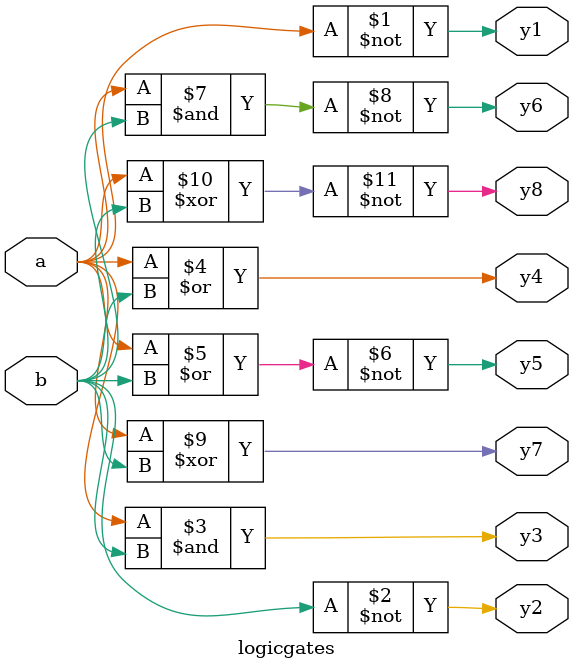
<source format=v>
`timescale 1ns / 1ps


module logicgates(y1,y2,y3,y4,y5,y6,y7,y8,a,b);
input a,b;
output y1,y2,y3,y4,y5,y6,y7,y8;

//not gate
assign y1=~a;
assign y2=~b;

//and gate
assign y3=a&b;

//or gate
assign y4=a|b;

//nor gate
assign y5=~(a|b);

//nand gate
assign y6=~(a&b);

//xor gate
assign y7=a^b;

//xnor gate
assign y8=~(a^b);

endmodule

</source>
